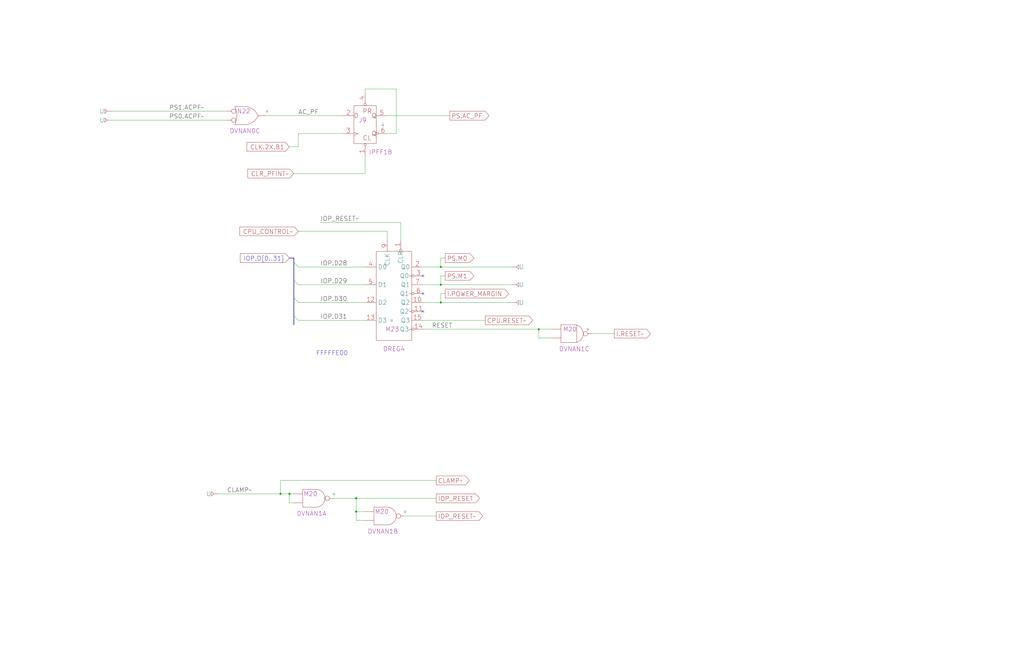
<source format=kicad_sch>
(kicad_sch (version 20220404) (generator eeschema)
  (paper "User" 584.2 378.46)
  (title_block (title "DEVICES\\nPOWER CONTROL / RESETS") (date "22-SEP-90") (rev "2.0") (comment 1 "IOC") (comment 2 "232-003061") (comment 3 "S400") (comment 4 "RELEASED"))
  (lib_symbols
    (symbol "r1000:F00" (pin_numbers hide) (pin_names hide)
      (property "Reference" "U" (at 15.24 0 0))
      (property "Value" "F00" (at 1.905 -5.08 0))
      (property "Location" "___" (at 1.905 0 0))
      (property "Name" "______" (at 2.54 -12.7 0))
      (symbol "F00_0_1"
        (polyline (pts (xy -2.54 -7.62) (xy 5.08 -7.62)) (stroke (width 0.1524)))
        (polyline (pts (xy -2.54 2.54) (xy -2.54 -7.62)) (stroke (width 0.1524)))
        (polyline (pts (xy -2.54 2.54) (xy 5.08 2.54)) (stroke (width 0.1524)))
        (arc (start 5.08 -7.62) (mid 10.1282 -2.54) (end 5.08 2.54) (stroke (width 0.1524)))
        (circle (center 11.43 -2.54) (radius 1.27) (stroke (width 0.1524)))
      )
      (symbol "F00_0_2"
        (circle (center -3.81 -5.08) (radius 1.27) (stroke (width 0.1524)))
        (circle (center -3.81 0) (radius 1.27) (stroke (width 0.1524)))
        (arc (start -3.175 -7.62) (mid -2.134 -2.54) (end -3.175 2.54) (stroke (width 0.1524)))
        (polyline (pts (xy -3.175 -7.62) (xy 3.81 -7.62)) (stroke (width 0.1524)))
        (polyline (pts (xy -3.175 2.54) (xy 3.81 2.54)) (stroke (width 0.1524)))
        (arc (start 3.81 -7.62) (mid 7.5855 -5.8306) (end 10.16 -2.54) (stroke (width 0.1524)))
        (arc (start 10.16 -2.54) (mid 7.5827 0.7471) (end 3.81 2.54) (stroke (width 0.1524)))
      )
      (symbol "F00_1_1"
        (pin input line (at -7.62 0 0) (length 5.08) (name "D0") (number "1"))
        (pin input line (at -7.62 -5.08 0) (length 5.08) (name "D1") (number "2"))
        (pin output line (at 15.24 -2.54 180) (length 2.54) (name "Q") (number "3"))
      )
      (symbol "F00_1_2"
        (pin input line (at -7.62 0 0) (length 2.54) (name "D0") (number "1"))
        (pin input line (at -7.62 -5.08 0) (length 2.54) (name "D1") (number "2"))
        (pin output line (at 15.24 -2.54 180) (length 5.08) (name "Q") (number "3"))
      )
    )
    (symbol "r1000:F175" (pin_names (offset 1.016))
      (property "Reference" "U" (at 2.54 5.08 0))
      (property "Value" "F175" (at -1.27 -5.08 0))
      (property "Location" "___" (at -1.27 0 0))
      (property "Name" "______" (at 3.81 -12.7 0))
      (symbol "F175_1_1"
        (rectangle (start -6.35 44.45) (end 13.97 -6.35))
        (circle (center 7.62 45.085) (radius 0.635))
        (circle (center 14.605 0) (radius 0.635))
        (circle (center 14.605 10.16) (radius 0.635))
        (circle (center 14.605 20.32) (radius 0.635))
        (circle (center 14.605 30.48) (radius 0.635))
        (pin input line (at 7.62 50.8 270) (length 5.08) (name "CLR") (number "1"))
        (pin output line (at 20.32 15.24 180) (length 6.35) (name "Q2") (number "10"))
        (pin output line (at 20.32 10.16 180) (length 5.08) (name "Q2~") (number "11"))
        (pin input line (at -12.7 15.24 0) (length 6.35) (name "D2") (number "12"))
        (pin input line (at -12.7 5.08 0) (length 6.35) (name "D3") (number "13"))
        (pin output line (at 20.32 0 180) (length 5.08) (name "Q3~") (number "14"))
        (pin output line (at 20.32 5.08 180) (length 6.35) (name "Q3") (number "15"))
        (pin output line (at 20.32 35.56 180) (length 6.35) (name "Q0") (number "2"))
        (pin output line (at 20.32 30.48 180) (length 5.08) (name "Q0~") (number "3"))
        (pin input line (at -12.7 35.56 0) (length 6.35) (name "D0") (number "4"))
        (pin input line (at -12.7 25.4 0) (length 6.35) (name "D1") (number "5"))
        (pin output line (at 20.32 20.32 180) (length 5.08) (name "Q1~") (number "6"))
        (pin output line (at 20.32 25.4 180) (length 6.35) (name "Q1") (number "7"))
        (pin input line (at 0 50.8 270) (length 6.35) (name "CLK") (number "9"))
      )
    )
    (symbol "r1000:F38" (pin_numbers hide) (pin_names hide)
      (property "Reference" "U" (at 12.7 2.54 0))
      (property "Value" "F38" (at 2.54 -2.54 0))
      (property "Location" "___" (at 2.54 2.54 0))
      (property "Name" "______" (at 5.08 -10.16 0))
      (symbol "F38_0_1"
        (polyline (pts (xy -2.54 -5.08) (xy 5.08 -5.08)) (stroke (width 0.1524)))
        (polyline (pts (xy -2.54 5.08) (xy -2.54 -5.08)) (stroke (width 0.1524)))
        (polyline (pts (xy -2.54 5.08) (xy 5.08 5.08)) (stroke (width 0.1524)))
        (polyline (pts (xy 6.45 4.9) (xy 6.45 -4.9)) (stroke (width 0.1524)))
        (arc (start 5.08 -5.08) (mid 8.6786 -3.5986) (end 10.16 0) (stroke (width 0.1524)))
        (arc (start 10.16 0) (mid 8.6721 3.5921) (end 5.08 5.08) (stroke (width 0.1524)))
        (circle (center 11.43 0) (radius 1.27) (stroke (width 0.1524)))
      )
      (symbol "F38_0_2"
        (arc (start -3.81 -5.08) (mid -1.8386 0) (end -3.81 5.08) (stroke (width 0.1524)))
        (circle (center -3.81 -2.54) (radius 1.27) (stroke (width 0.1524)))
        (circle (center -3.81 2.54) (radius 1.27) (stroke (width 0.1524)))
        (polyline (pts (xy -3.81 -5.08) (xy 2.54 -5.08)) (stroke (width 0.1524)))
        (polyline (pts (xy -3.81 5.08) (xy 2.54 5.08)) (stroke (width 0.1524)))
        (polyline (pts (xy 7.62 3.175) (xy 7.62 -3.175)) (stroke (width 0.1524)))
        (arc (start 2.54 -5.08) (mid 7.0537 -3.5955) (end 10.16 0) (stroke (width 0.1524)))
        (arc (start 10.16 0) (mid 7.0527 3.594) (end 2.54 5.08) (stroke (width 0.1524)))
      )
      (symbol "F38_1_1"
        (pin input line (at -7.62 2.54 0) (length 5.08) (name "D0") (number "1"))
        (pin input line (at -7.62 -2.54 0) (length 5.08) (name "D1") (number "2"))
        (pin open_collector line (at 15.24 0 180) (length 2.54) (name "Q") (number "3"))
      )
      (symbol "F38_1_2"
        (pin input line (at -7.62 2.54 0) (length 2.54) (name "D0") (number "1"))
        (pin input line (at -7.62 -2.54 0) (length 2.54) (name "D1") (number "2"))
        (pin open_collector line (at 15.24 0 180) (length 5.08) (name "Q") (number "3"))
      )
    )
    (symbol "r1000:F74" (pin_names (offset 1.016) hide)
      (property "Reference" "U" (at 12.7 -2.54 0))
      (property "Value" "F74" (at -1.27 -5.08 0))
      (property "Location" "___" (at -1.27 0 0))
      (property "Name" "______" (at 11.43 -19.685 0))
      (symbol "F74_0_1"
        (rectangle (start -3.81 8.255) (end 8.89 -13.335) (stroke (width 0.1524)))
        (polyline (pts (xy 2.54 -15.24) (xy 2.54 -14.605)) (stroke (width 0.1524)))
        (polyline (pts (xy 2.54 10.16) (xy 2.54 9.525)) (stroke (width 0.1524)))
      )
      (symbol "F74_1_1"
        (circle (center 2.54 -13.97) (radius 0.635))
        (circle (center 2.54 8.89) (radius 0.635))
        (circle (center 9.525 -7.62) (radius 0.635))
        (text ">" (at -2.54 -7.62 0) (effects (font (size 2.54 2.54))))
        (text "C" (at 2.54 -10.16 0) (effects (font (size 2.54 2.54))))
        (text "D" (at -2.54 2.54 0) (effects (font (size 2.54 2.54))))
        (text "L" (at 5.08 -10.16 0) (effects (font (size 2.54 2.54))))
        (text "P" (at 2.54 5.08 0) (effects (font (size 2.54 2.54))))
        (text "Q" (at 7.62 -7.62 0) (effects (font (size 2.54 2.54))))
        (text "Q" (at 7.62 2.54 0) (effects (font (size 2.54 2.54))))
        (text "R" (at 5.08 5.08 0) (effects (font (size 2.54 2.54))))
        (pin input line (at 2.54 -20.32 90) (length 5.08) (name "CL_") (number "1"))
        (pin input line (at -10.16 2.54 0) (length 6.35) (name "D") (number "2"))
        (pin input line (at -10.16 -7.62 0) (length 6.35) (name "CLK") (number "3"))
        (pin input line (at 2.54 15.24 270) (length 5.08) (name "PR_") (number "4"))
        (pin output line (at 15.24 2.54 180) (length 6.35) (name "Q") (number "5"))
        (pin output line (at 15.24 -7.62 180) (length 5.08) (name "Q_") (number "6"))
      )
    )
    (symbol "r1000:GB" (pin_numbers hide) (pin_names (offset 0) hide)
      (property "Reference" "GB" (at 3.81 0 0))
      (symbol "GB_0_1"
        (polyline (pts (xy 2.54 0) (xy 3.81 1.27) (xy 3.81 -1.27) (xy 2.54 0)) (stroke (width 0.1524)))
      )
      (symbol "GB_1_1"
        (pin bidirectional line (at 0 0 0) (length 2.54) (name "") (number "1"))
      )
    )
  )
  (junction (at 160.02 281.94))
  (junction (at 251.46 172.72))
  (junction (at 307.34 187.96))
  (junction (at 165.1 281.94))
  (junction (at 251.46 162.56))
  (junction (at 251.46 152.4))
  (junction (at 203.2 284.48))
  (junction (at 203.2 292.1))
  (no_connect (at 241.3 167.64))
  (no_connect (at 241.3 177.8))
  (no_connect (at 241.3 157.48))
  (bus_entry (at 167.64 149.86) (size 2.54 2.54))
  (bus_entry (at 167.64 180.34) (size 2.54 2.54))
  (bus_entry (at 167.64 160.02) (size 2.54 2.54))
  (bus_entry (at 167.64 170.18) (size 2.54 2.54))
  (wire (pts (xy 167.64 99.06) (xy 208.28 99.06)))
  (bus (pts (xy 167.64 149.86) (xy 167.64 160.02)))
  (wire (pts (xy 241.3 162.56) (xy 251.46 162.56)))
  (wire (pts (xy 231.14 294.64) (xy 248.92 294.64)))
  (wire (pts (xy 170.18 182.88) (xy 208.28 182.88)))
  (wire (pts (xy 160.02 274.32) (xy 160.02 281.94)))
  (wire (pts (xy 63.5 63.5) (xy 129.54 63.5)))
  (wire (pts (xy 167.64 287.02) (xy 165.1 287.02)))
  (bus (pts (xy 167.64 180.34) (xy 167.64 185.42)))
  (wire (pts (xy 314.96 193.04) (xy 307.34 193.04)))
  (bus (pts (xy 167.64 147.32) (xy 167.64 149.86)))
  (wire (pts (xy 226.06 50.8) (xy 208.28 50.8)))
  (wire (pts (xy 251.46 162.56) (xy 292.1 162.56)))
  (wire (pts (xy 203.2 297.18) (xy 208.28 297.18)))
  (wire (pts (xy 307.34 187.96) (xy 314.96 187.96)))
  (wire (pts (xy 241.3 182.88) (xy 276.86 182.88)))
  (bus (pts (xy 167.64 170.18) (xy 167.64 180.34)))
  (wire (pts (xy 170.18 172.72) (xy 208.28 172.72)))
  (wire (pts (xy 251.46 157.48) (xy 251.46 162.56)))
  (wire (pts (xy 170.18 76.2) (xy 195.58 76.2)))
  (wire (pts (xy 241.3 187.96) (xy 307.34 187.96)))
  (wire (pts (xy 220.98 132.08) (xy 220.98 137.16)))
  (wire (pts (xy 254 167.64) (xy 251.46 167.64)))
  (wire (pts (xy 203.2 292.1) (xy 203.2 297.18)))
  (wire (pts (xy 124.46 281.94) (xy 160.02 281.94)))
  (bus (pts (xy 165.1 147.32) (xy 167.64 147.32)))
  (wire (pts (xy 170.18 152.4) (xy 208.28 152.4)))
  (wire (pts (xy 241.3 152.4) (xy 251.46 152.4)))
  (wire (pts (xy 182.88 127) (xy 228.6 127)))
  (wire (pts (xy 248.92 274.32) (xy 160.02 274.32)))
  (wire (pts (xy 203.2 284.48) (xy 203.2 292.1)))
  (wire (pts (xy 63.5 68.58) (xy 129.54 68.58)))
  (wire (pts (xy 190.5 284.48) (xy 203.2 284.48)))
  (wire (pts (xy 220.98 76.2) (xy 226.06 76.2)))
  (wire (pts (xy 220.98 66.04) (xy 256.54 66.04)))
  (wire (pts (xy 254 157.48) (xy 251.46 157.48)))
  (wire (pts (xy 160.02 281.94) (xy 165.1 281.94)))
  (wire (pts (xy 152.4 66.04) (xy 195.58 66.04)))
  (wire (pts (xy 226.06 76.2) (xy 226.06 50.8)))
  (wire (pts (xy 337.82 190.5) (xy 350.52 190.5)))
  (wire (pts (xy 208.28 99.06) (xy 208.28 88.9)))
  (wire (pts (xy 254 147.32) (xy 251.46 147.32)))
  (wire (pts (xy 228.6 127) (xy 228.6 137.16)))
  (wire (pts (xy 251.46 172.72) (xy 292.1 172.72)))
  (wire (pts (xy 307.34 193.04) (xy 307.34 187.96)))
  (wire (pts (xy 165.1 287.02) (xy 165.1 281.94)))
  (wire (pts (xy 251.46 167.64) (xy 251.46 172.72)))
  (wire (pts (xy 170.18 162.56) (xy 208.28 162.56)))
  (wire (pts (xy 170.18 83.82) (xy 170.18 76.2)))
  (wire (pts (xy 251.46 152.4) (xy 292.1 152.4)))
  (wire (pts (xy 165.1 83.82) (xy 170.18 83.82)))
  (wire (pts (xy 203.2 292.1) (xy 208.28 292.1)))
  (wire (pts (xy 208.28 50.8) (xy 208.28 53.34)))
  (wire (pts (xy 251.46 147.32) (xy 251.46 152.4)))
  (wire (pts (xy 170.18 132.08) (xy 220.98 132.08)))
  (wire (pts (xy 165.1 281.94) (xy 167.64 281.94)))
  (wire (pts (xy 241.3 172.72) (xy 251.46 172.72)))
  (bus (pts (xy 167.64 160.02) (xy 167.64 170.18)))
  (wire (pts (xy 203.2 284.48) (xy 248.92 284.48)))
  (text "FFFFFE00\n" (at 180.34 203.2 0) (effects (font (size 2.54 2.54)) (justify left bottom)))
  (label "AC_PF" (at 170.18 66.04 0) (effects (font (size 2.54 2.54))))
  (label "IOP.D29" (at 182.88 162.56 0) (effects (font (size 2.54 2.54))))
  (label "RESET" (at 246.38 187.96 0) (effects (font (size 2.54 2.54))))
  (label "IOP.D28" (at 182.88 152.4 0) (effects (font (size 2.54 2.54))))
  (label "IOP_RESET~" (at 182.88 127 0) (effects (font (size 2.54 2.54))))
  (label "IOP.D31" (at 182.88 182.88 0) (effects (font (size 2.54 2.54))))
  (label "IOP.D30" (at 182.88 172.72 0) (effects (font (size 2.54 2.54))))
  (label "PS1.ACPF~" (at 96.52 63.5 0) (effects (font (size 2.54 2.54))))
  (label "PS0.ACPF~" (at 96.52 68.58 0) (effects (font (size 2.54 2.54))))
  (label "CLAMP~" (at 129.54 281.94 0) (effects (font (size 2.54 2.54))))
  (global_label "IOP_RESET~" (shape output) (at 248.92 294.64 0) (effects (font (size 2.54 2.54))) (property "Intersheet References" "${INTERSHEET_REFS}" (at 275.3965 294.4813 0) (effects (font (size 1.905 1.905)) (justify left))))
  (global_label "I.POWER_MARGIN" (shape output) (at 254 167.64 0) (effects (font (size 2.54 2.54))) (property "Intersheet References" "${INTERSHEET_REFS}" (at 290.5337 167.4813 0) (effects (font (size 1.905 1.905)) (justify left))))
  (global_label "I.RESET~" (shape output) (at 350.52 190.5 0) (effects (font (size 2.54 2.54))) (property "Intersheet References" "${INTERSHEET_REFS}" (at 371.4508 190.3413 0) (effects (font (size 1.905 1.905)) (justify left))))
  (global_label "IOP.D[0..31]" (shape input) (at 165.1 147.32 180) (effects (font (size 2.54 2.54))) (property "Intersheet References" "${INTERSHEET_REFS}" (at 136.194 147.32 0) (effects (font (size 1.905 1.905)) (justify right))))
  (global_label "PS.M1" (shape output) (at 254 157.48 0) (effects (font (size 2.54 2.54))) (property "Intersheet References" "${INTERSHEET_REFS}" (at 270.6975 157.3213 0) (effects (font (size 1.905 1.905)) (justify left))))
  (global_label "PS.M0" (shape output) (at 254 147.32 0) (effects (font (size 2.54 2.54))) (property "Intersheet References" "${INTERSHEET_REFS}" (at 270.6975 147.1613 0) (effects (font (size 1.905 1.905)) (justify left))))
  (global_label "CLAMP~" (shape output) (at 248.92 274.32 0) (effects (font (size 2.54 2.54))) (property "Intersheet References" "${INTERSHEET_REFS}" (at 268.1575 274.1613 0) (effects (font (size 1.905 1.905)) (justify left))))
  (global_label "CPU.RESET~" (shape output) (at 276.86 182.88 0) (effects (font (size 2.54 2.54))) (property "Intersheet References" "${INTERSHEET_REFS}" (at 304.3222 182.7213 0) (effects (font (size 1.905 1.905)) (justify left))))
  (global_label "CPU_CONTROL~" (shape input) (at 170.18 132.08 180) (effects (font (size 2.54 2.54))) (property "Intersheet References" "${INTERSHEET_REFS}" (at 136.4282 131.9213 0) (effects (font (size 1.905 1.905)) (justify right))))
  (global_label "PS.AC_PF" (shape output) (at 256.54 66.04 0) (effects (font (size 2.54 2.54))) (property "Intersheet References" "${INTERSHEET_REFS}" (at 279.2851 65.8813 0) (effects (font (size 1.905 1.905)) (justify left))))
  (global_label "CLK.2X.B1" (shape input) (at 165.1 83.82 180) (effects (font (size 2.54 2.54))) (property "Intersheet References" "${INTERSHEET_REFS}" (at 140.5406 83.6613 0) (effects (font (size 1.905 1.905)) (justify right))))
  (global_label "CLR_PFINT~" (shape input) (at 167.64 99.06 180) (effects (font (size 2.54 2.54))) (property "Intersheet References" "${INTERSHEET_REFS}" (at 141.0244 98.9013 0) (effects (font (size 1.905 1.905)) (justify right))))
  (global_label "IOP_RESET" (shape output) (at 248.92 284.48 0) (effects (font (size 2.54 2.54))) (property "Intersheet References" "${INTERSHEET_REFS}" (at 273.5822 284.3213 0) (effects (font (size 1.905 1.905)) (justify left))))
  (symbol (lib_id "r1000:F38") (at 322.58 190.5 0) (unit 1)
    (default_instance (reference "U") (unit 1) (value "") (footprint ""))
    (property "Reference" "U" (at 335.28 187.96 0))
    (property "Location" "M20" (at 325.12 187.96 0) (effects (font (size 2.54 2.54))))
    (property "Name" "DVNAN1C" (at 327.66 200.66 0) (effects (font (size 2.54 2.54)) (justify bottom)))
  )
  (symbol (lib_id "r1000:F00") (at 215.9 292.1 0) (unit 1)
    (default_instance (reference "U") (unit 1) (value "") (footprint ""))
    (property "Reference" "U" (at 231.14 292.1 0))
    (property "Location" "M20" (at 217.805 292.1 0) (effects (font (size 2.54 2.54))))
    (property "Name" "DVNAN1B" (at 218.44 304.8 0) (effects (font (size 2.54 2.54)) (justify bottom)))
  )
  (symbol (lib_id "r1000:GB") (at 124.46 281.94 0) (mirror y) (unit 1)
    (default_instance (reference "U") (unit 1) (value "") (footprint ""))
    (property "Reference" "U" (at 120.65 281.94 0) (effects (font (size 2.54 2.54)) (justify left)))
  )
  (symbol (lib_id "r1000:GB") (at 63.5 68.58 0) (mirror y) (unit 1)
    (default_instance (reference "U") (unit 1) (value "") (footprint ""))
    (property "Reference" "U" (at 59.69 68.58 0) (effects (font (size 2.54 2.54)) (justify left)))
  )
  (symbol (lib_id "r1000:F00") (at 175.26 281.94 0) (unit 1)
    (default_instance (reference "U") (unit 1) (value "") (footprint ""))
    (property "Reference" "U" (at 190.5 281.94 0))
    (property "Location" "M20" (at 177.165 281.94 0) (effects (font (size 2.54 2.54))))
    (property "Name" "DVNAN1A" (at 177.8 294.64 0) (effects (font (size 2.54 2.54)) (justify bottom)))
  )
  (symbol (lib_id "r1000:GB") (at 292.1 162.56 0) (unit 1)
    (default_instance (reference "U") (unit 1) (value "") (footprint ""))
    (property "Reference" "U" (at 295.91 162.56 0) (effects (font (size 2.54 2.54)) (justify left)))
  )
  (symbol (lib_id "r1000:F00") (at 137.16 63.5 0) (unit 1) (convert 2)
    (default_instance (reference "U") (unit 1) (value "") (footprint ""))
    (property "Reference" "U" (at 152.4 63.5 0))
    (property "Location" "N22" (at 139.065 63.5 0) (effects (font (size 2.54 2.54))))
    (property "Name" "DVNAN0C" (at 139.7 76.2 0) (effects (font (size 2.54 2.54)) (justify bottom)))
  )
  (symbol (lib_id "r1000:GB") (at 63.5 63.5 0) (mirror y) (unit 1)
    (default_instance (reference "U") (unit 1) (value "") (footprint ""))
    (property "Reference" "U" (at 59.69 63.5 0) (effects (font (size 2.54 2.54)) (justify left)))
  )
  (symbol (lib_id "r1000:GB") (at 292.1 152.4 0) (unit 1)
    (default_instance (reference "U") (unit 1) (value "") (footprint ""))
    (property "Reference" "U" (at 295.91 152.4 0) (effects (font (size 2.54 2.54)) (justify left)))
  )
  (symbol (lib_id "r1000:F74") (at 205.74 68.58 0) (unit 1)
    (default_instance (reference "U") (unit 1) (value "") (footprint ""))
    (property "Reference" "U" (at 218.44 71.12 0))
    (property "Location" "J9" (at 204.47 68.58 0) (effects (font (size 2.54 2.54)) (justify left)))
    (property "Name" "IPFF1B" (at 217.17 88.265 0) (effects (font (size 2.54 2.54)) (justify bottom)))
  )
  (symbol (lib_id "r1000:GB") (at 292.1 172.72 0) (unit 1)
    (default_instance (reference "U") (unit 1) (value "") (footprint ""))
    (property "Reference" "U" (at 295.91 172.72 0) (effects (font (size 2.54 2.54)) (justify left)))
  )
  (symbol (lib_id "r1000:F175") (at 220.98 187.96 0) (unit 1)
    (default_instance (reference "U") (unit 1) (value "") (footprint ""))
    (property "Reference" "U" (at 223.52 182.88 0))
    (property "Location" "M23" (at 219.71 187.96 0) (effects (font (size 2.54 2.54)) (justify left)))
    (property "Name" "DREG4" (at 224.79 200.66 0) (effects (font (size 2.54 2.54)) (justify bottom)))
  )
)
</source>
